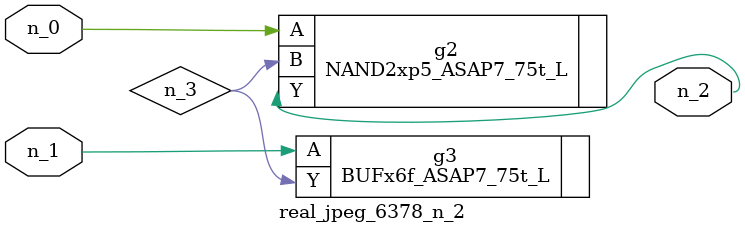
<source format=v>
module real_jpeg_6378_n_2 (n_1, n_0, n_2);

input n_1;
input n_0;

output n_2;

wire n_3;

NAND2xp5_ASAP7_75t_L g2 ( 
.A(n_0),
.B(n_3),
.Y(n_2)
);

BUFx6f_ASAP7_75t_L g3 ( 
.A(n_1),
.Y(n_3)
);


endmodule
</source>
